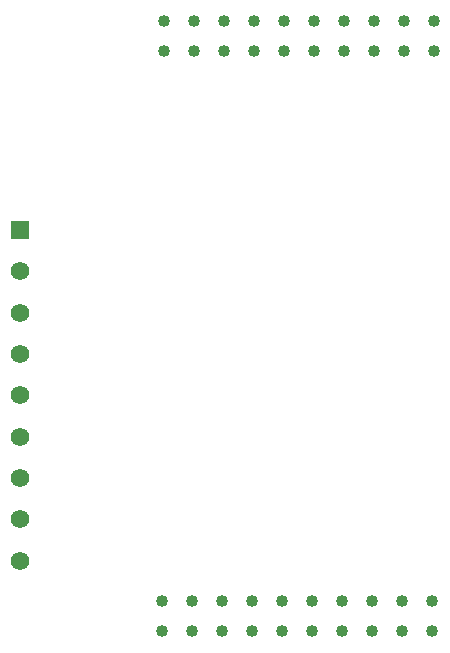
<source format=gbr>
%TF.GenerationSoftware,Altium Limited,Altium Designer,22.9.1 (49)*%
G04 Layer_Color=255*
%FSLAX25Y25*%
%MOIN*%
%TF.SameCoordinates,3D4AB22D-4464-4A1E-8ED4-CD8DD9DE0D00*%
%TF.FilePolarity,Positive*%
%TF.FileFunction,Pads,Bot*%
%TF.Part,Single*%
G01*
G75*
%TA.AperFunction,ComponentPad*%
%ADD28C,0.04016*%
%ADD29C,0.06165*%
%ADD30R,0.06165X0.06165*%
D28*
X206000Y60500D02*
D03*
X196000D02*
D03*
X186000D02*
D03*
X176000D02*
D03*
X166000D02*
D03*
X156000D02*
D03*
X146000D02*
D03*
X136000D02*
D03*
X126000D02*
D03*
X116000D02*
D03*
X206000Y70500D02*
D03*
X196000D02*
D03*
X186000D02*
D03*
X176000D02*
D03*
X166000D02*
D03*
X156000D02*
D03*
X146000D02*
D03*
X136000D02*
D03*
X126000D02*
D03*
X116000D02*
D03*
X206417Y254000D02*
D03*
X196417D02*
D03*
X186417D02*
D03*
X176417D02*
D03*
X166417D02*
D03*
X156417D02*
D03*
X146417D02*
D03*
X136417D02*
D03*
X126417D02*
D03*
X116417D02*
D03*
X206417Y264000D02*
D03*
X196417D02*
D03*
X186417D02*
D03*
X176417D02*
D03*
X166417D02*
D03*
X156417D02*
D03*
X146417D02*
D03*
X136417D02*
D03*
X126417D02*
D03*
X116417D02*
D03*
D29*
X68500Y125382D02*
D03*
Y139161D02*
D03*
Y152941D02*
D03*
Y166720D02*
D03*
Y180500D02*
D03*
Y84043D02*
D03*
Y97823D02*
D03*
Y111602D02*
D03*
D30*
Y194280D02*
D03*
%TF.MD5,6438e90c64efcd1c160fdad90849e887*%
M02*

</source>
